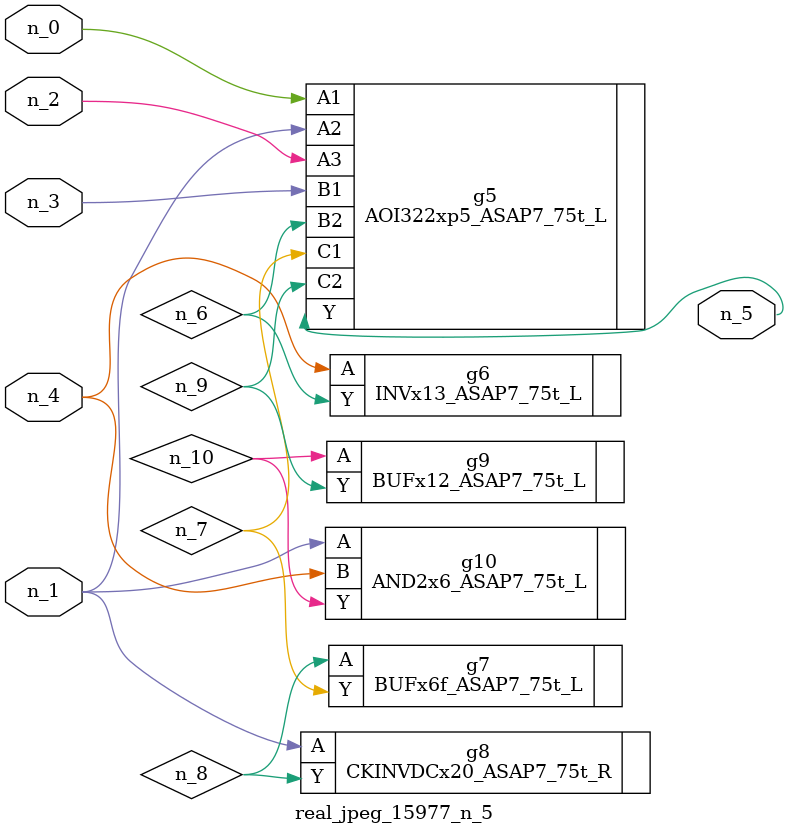
<source format=v>
module real_jpeg_15977_n_5 (n_4, n_0, n_1, n_2, n_3, n_5);

input n_4;
input n_0;
input n_1;
input n_2;
input n_3;

output n_5;

wire n_8;
wire n_6;
wire n_7;
wire n_10;
wire n_9;

AOI322xp5_ASAP7_75t_L g5 ( 
.A1(n_0),
.A2(n_1),
.A3(n_2),
.B1(n_3),
.B2(n_6),
.C1(n_7),
.C2(n_9),
.Y(n_5)
);

CKINVDCx20_ASAP7_75t_R g8 ( 
.A(n_1),
.Y(n_8)
);

AND2x6_ASAP7_75t_L g10 ( 
.A(n_1),
.B(n_4),
.Y(n_10)
);

INVx13_ASAP7_75t_L g6 ( 
.A(n_4),
.Y(n_6)
);

BUFx6f_ASAP7_75t_L g7 ( 
.A(n_8),
.Y(n_7)
);

BUFx12_ASAP7_75t_L g9 ( 
.A(n_10),
.Y(n_9)
);


endmodule
</source>
